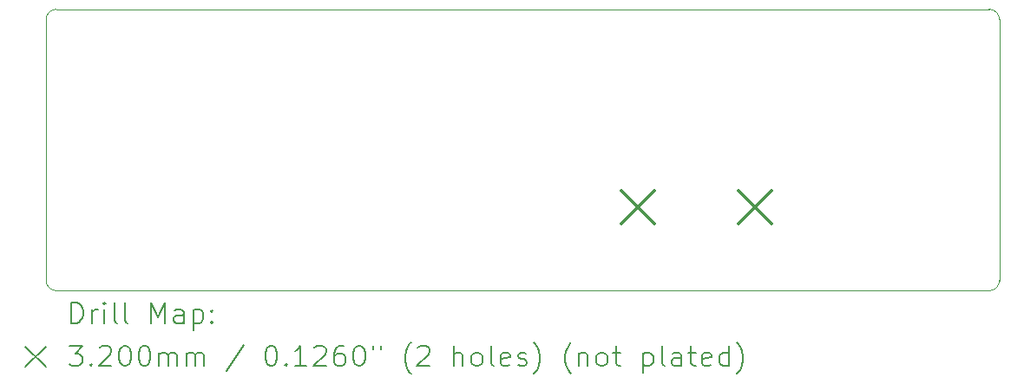
<source format=gbr>
%TF.GenerationSoftware,KiCad,Pcbnew,7.0.2-6a45011f42~172~ubuntu22.04.1*%
%TF.CreationDate,2023-05-09T21:59:08-06:00*%
%TF.ProjectId,pole-node,706f6c65-2d6e-46f6-9465-2e6b69636164,rev?*%
%TF.SameCoordinates,Original*%
%TF.FileFunction,Drillmap*%
%TF.FilePolarity,Positive*%
%FSLAX45Y45*%
G04 Gerber Fmt 4.5, Leading zero omitted, Abs format (unit mm)*
G04 Created by KiCad (PCBNEW 7.0.2-6a45011f42~172~ubuntu22.04.1) date 2023-05-09 21:59:08*
%MOMM*%
%LPD*%
G01*
G04 APERTURE LIST*
%ADD10C,0.050000*%
%ADD11C,0.200000*%
%ADD12C,0.320000*%
G04 APERTURE END LIST*
D10*
X3850000Y-5000000D02*
X12950000Y-5000000D01*
X3850000Y-5000000D02*
G75*
G03*
X3750000Y-5100000I0J-100000D01*
G01*
X3750000Y-7650000D02*
X3750000Y-5100000D01*
X3750000Y-7650000D02*
G75*
G03*
X3850000Y-7750000I100000J0D01*
G01*
X12950000Y-7750000D02*
X3850000Y-7750000D01*
X12950000Y-7750000D02*
G75*
G03*
X13050000Y-7650000I0J100000D01*
G01*
X13050000Y-5100000D02*
G75*
G03*
X12950000Y-5000000I-100000J0D01*
G01*
X13050000Y-7650000D02*
X13050000Y-5100000D01*
D11*
D12*
X9363000Y-6775000D02*
X9683000Y-7095000D01*
X9683000Y-6775000D02*
X9363000Y-7095000D01*
X10506000Y-6775000D02*
X10826000Y-7095000D01*
X10826000Y-6775000D02*
X10506000Y-7095000D01*
D11*
X3995119Y-8065024D02*
X3995119Y-7865024D01*
X3995119Y-7865024D02*
X4042738Y-7865024D01*
X4042738Y-7865024D02*
X4071309Y-7874548D01*
X4071309Y-7874548D02*
X4090357Y-7893595D01*
X4090357Y-7893595D02*
X4099881Y-7912643D01*
X4099881Y-7912643D02*
X4109405Y-7950738D01*
X4109405Y-7950738D02*
X4109405Y-7979309D01*
X4109405Y-7979309D02*
X4099881Y-8017405D01*
X4099881Y-8017405D02*
X4090357Y-8036452D01*
X4090357Y-8036452D02*
X4071309Y-8055500D01*
X4071309Y-8055500D02*
X4042738Y-8065024D01*
X4042738Y-8065024D02*
X3995119Y-8065024D01*
X4195119Y-8065024D02*
X4195119Y-7931690D01*
X4195119Y-7969786D02*
X4204643Y-7950738D01*
X4204643Y-7950738D02*
X4214167Y-7941214D01*
X4214167Y-7941214D02*
X4233214Y-7931690D01*
X4233214Y-7931690D02*
X4252262Y-7931690D01*
X4318929Y-8065024D02*
X4318929Y-7931690D01*
X4318929Y-7865024D02*
X4309405Y-7874548D01*
X4309405Y-7874548D02*
X4318929Y-7884071D01*
X4318929Y-7884071D02*
X4328452Y-7874548D01*
X4328452Y-7874548D02*
X4318929Y-7865024D01*
X4318929Y-7865024D02*
X4318929Y-7884071D01*
X4442738Y-8065024D02*
X4423690Y-8055500D01*
X4423690Y-8055500D02*
X4414167Y-8036452D01*
X4414167Y-8036452D02*
X4414167Y-7865024D01*
X4547500Y-8065024D02*
X4528452Y-8055500D01*
X4528452Y-8055500D02*
X4518929Y-8036452D01*
X4518929Y-8036452D02*
X4518929Y-7865024D01*
X4776071Y-8065024D02*
X4776071Y-7865024D01*
X4776071Y-7865024D02*
X4842738Y-8007881D01*
X4842738Y-8007881D02*
X4909405Y-7865024D01*
X4909405Y-7865024D02*
X4909405Y-8065024D01*
X5090357Y-8065024D02*
X5090357Y-7960262D01*
X5090357Y-7960262D02*
X5080833Y-7941214D01*
X5080833Y-7941214D02*
X5061786Y-7931690D01*
X5061786Y-7931690D02*
X5023690Y-7931690D01*
X5023690Y-7931690D02*
X5004643Y-7941214D01*
X5090357Y-8055500D02*
X5071310Y-8065024D01*
X5071310Y-8065024D02*
X5023690Y-8065024D01*
X5023690Y-8065024D02*
X5004643Y-8055500D01*
X5004643Y-8055500D02*
X4995119Y-8036452D01*
X4995119Y-8036452D02*
X4995119Y-8017405D01*
X4995119Y-8017405D02*
X5004643Y-7998357D01*
X5004643Y-7998357D02*
X5023690Y-7988833D01*
X5023690Y-7988833D02*
X5071310Y-7988833D01*
X5071310Y-7988833D02*
X5090357Y-7979309D01*
X5185595Y-7931690D02*
X5185595Y-8131690D01*
X5185595Y-7941214D02*
X5204643Y-7931690D01*
X5204643Y-7931690D02*
X5242738Y-7931690D01*
X5242738Y-7931690D02*
X5261786Y-7941214D01*
X5261786Y-7941214D02*
X5271310Y-7950738D01*
X5271310Y-7950738D02*
X5280833Y-7969786D01*
X5280833Y-7969786D02*
X5280833Y-8026928D01*
X5280833Y-8026928D02*
X5271310Y-8045976D01*
X5271310Y-8045976D02*
X5261786Y-8055500D01*
X5261786Y-8055500D02*
X5242738Y-8065024D01*
X5242738Y-8065024D02*
X5204643Y-8065024D01*
X5204643Y-8065024D02*
X5185595Y-8055500D01*
X5366548Y-8045976D02*
X5376071Y-8055500D01*
X5376071Y-8055500D02*
X5366548Y-8065024D01*
X5366548Y-8065024D02*
X5357024Y-8055500D01*
X5357024Y-8055500D02*
X5366548Y-8045976D01*
X5366548Y-8045976D02*
X5366548Y-8065024D01*
X5366548Y-7941214D02*
X5376071Y-7950738D01*
X5376071Y-7950738D02*
X5366548Y-7960262D01*
X5366548Y-7960262D02*
X5357024Y-7950738D01*
X5357024Y-7950738D02*
X5366548Y-7941214D01*
X5366548Y-7941214D02*
X5366548Y-7960262D01*
X3547500Y-8292500D02*
X3747500Y-8492500D01*
X3747500Y-8292500D02*
X3547500Y-8492500D01*
X3976071Y-8285024D02*
X4099881Y-8285024D01*
X4099881Y-8285024D02*
X4033214Y-8361214D01*
X4033214Y-8361214D02*
X4061786Y-8361214D01*
X4061786Y-8361214D02*
X4080833Y-8370738D01*
X4080833Y-8370738D02*
X4090357Y-8380262D01*
X4090357Y-8380262D02*
X4099881Y-8399310D01*
X4099881Y-8399310D02*
X4099881Y-8446929D01*
X4099881Y-8446929D02*
X4090357Y-8465976D01*
X4090357Y-8465976D02*
X4080833Y-8475500D01*
X4080833Y-8475500D02*
X4061786Y-8485024D01*
X4061786Y-8485024D02*
X4004643Y-8485024D01*
X4004643Y-8485024D02*
X3985595Y-8475500D01*
X3985595Y-8475500D02*
X3976071Y-8465976D01*
X4185595Y-8465976D02*
X4195119Y-8475500D01*
X4195119Y-8475500D02*
X4185595Y-8485024D01*
X4185595Y-8485024D02*
X4176071Y-8475500D01*
X4176071Y-8475500D02*
X4185595Y-8465976D01*
X4185595Y-8465976D02*
X4185595Y-8485024D01*
X4271310Y-8304071D02*
X4280833Y-8294548D01*
X4280833Y-8294548D02*
X4299881Y-8285024D01*
X4299881Y-8285024D02*
X4347500Y-8285024D01*
X4347500Y-8285024D02*
X4366548Y-8294548D01*
X4366548Y-8294548D02*
X4376071Y-8304071D01*
X4376071Y-8304071D02*
X4385595Y-8323119D01*
X4385595Y-8323119D02*
X4385595Y-8342167D01*
X4385595Y-8342167D02*
X4376071Y-8370738D01*
X4376071Y-8370738D02*
X4261786Y-8485024D01*
X4261786Y-8485024D02*
X4385595Y-8485024D01*
X4509405Y-8285024D02*
X4528452Y-8285024D01*
X4528452Y-8285024D02*
X4547500Y-8294548D01*
X4547500Y-8294548D02*
X4557024Y-8304071D01*
X4557024Y-8304071D02*
X4566548Y-8323119D01*
X4566548Y-8323119D02*
X4576071Y-8361214D01*
X4576071Y-8361214D02*
X4576071Y-8408833D01*
X4576071Y-8408833D02*
X4566548Y-8446929D01*
X4566548Y-8446929D02*
X4557024Y-8465976D01*
X4557024Y-8465976D02*
X4547500Y-8475500D01*
X4547500Y-8475500D02*
X4528452Y-8485024D01*
X4528452Y-8485024D02*
X4509405Y-8485024D01*
X4509405Y-8485024D02*
X4490357Y-8475500D01*
X4490357Y-8475500D02*
X4480833Y-8465976D01*
X4480833Y-8465976D02*
X4471310Y-8446929D01*
X4471310Y-8446929D02*
X4461786Y-8408833D01*
X4461786Y-8408833D02*
X4461786Y-8361214D01*
X4461786Y-8361214D02*
X4471310Y-8323119D01*
X4471310Y-8323119D02*
X4480833Y-8304071D01*
X4480833Y-8304071D02*
X4490357Y-8294548D01*
X4490357Y-8294548D02*
X4509405Y-8285024D01*
X4699881Y-8285024D02*
X4718929Y-8285024D01*
X4718929Y-8285024D02*
X4737976Y-8294548D01*
X4737976Y-8294548D02*
X4747500Y-8304071D01*
X4747500Y-8304071D02*
X4757024Y-8323119D01*
X4757024Y-8323119D02*
X4766548Y-8361214D01*
X4766548Y-8361214D02*
X4766548Y-8408833D01*
X4766548Y-8408833D02*
X4757024Y-8446929D01*
X4757024Y-8446929D02*
X4747500Y-8465976D01*
X4747500Y-8465976D02*
X4737976Y-8475500D01*
X4737976Y-8475500D02*
X4718929Y-8485024D01*
X4718929Y-8485024D02*
X4699881Y-8485024D01*
X4699881Y-8485024D02*
X4680833Y-8475500D01*
X4680833Y-8475500D02*
X4671310Y-8465976D01*
X4671310Y-8465976D02*
X4661786Y-8446929D01*
X4661786Y-8446929D02*
X4652262Y-8408833D01*
X4652262Y-8408833D02*
X4652262Y-8361214D01*
X4652262Y-8361214D02*
X4661786Y-8323119D01*
X4661786Y-8323119D02*
X4671310Y-8304071D01*
X4671310Y-8304071D02*
X4680833Y-8294548D01*
X4680833Y-8294548D02*
X4699881Y-8285024D01*
X4852262Y-8485024D02*
X4852262Y-8351690D01*
X4852262Y-8370738D02*
X4861786Y-8361214D01*
X4861786Y-8361214D02*
X4880833Y-8351690D01*
X4880833Y-8351690D02*
X4909405Y-8351690D01*
X4909405Y-8351690D02*
X4928452Y-8361214D01*
X4928452Y-8361214D02*
X4937976Y-8380262D01*
X4937976Y-8380262D02*
X4937976Y-8485024D01*
X4937976Y-8380262D02*
X4947500Y-8361214D01*
X4947500Y-8361214D02*
X4966548Y-8351690D01*
X4966548Y-8351690D02*
X4995119Y-8351690D01*
X4995119Y-8351690D02*
X5014167Y-8361214D01*
X5014167Y-8361214D02*
X5023691Y-8380262D01*
X5023691Y-8380262D02*
X5023691Y-8485024D01*
X5118929Y-8485024D02*
X5118929Y-8351690D01*
X5118929Y-8370738D02*
X5128452Y-8361214D01*
X5128452Y-8361214D02*
X5147500Y-8351690D01*
X5147500Y-8351690D02*
X5176072Y-8351690D01*
X5176072Y-8351690D02*
X5195119Y-8361214D01*
X5195119Y-8361214D02*
X5204643Y-8380262D01*
X5204643Y-8380262D02*
X5204643Y-8485024D01*
X5204643Y-8380262D02*
X5214167Y-8361214D01*
X5214167Y-8361214D02*
X5233214Y-8351690D01*
X5233214Y-8351690D02*
X5261786Y-8351690D01*
X5261786Y-8351690D02*
X5280833Y-8361214D01*
X5280833Y-8361214D02*
X5290357Y-8380262D01*
X5290357Y-8380262D02*
X5290357Y-8485024D01*
X5680833Y-8275500D02*
X5509405Y-8532643D01*
X5937976Y-8285024D02*
X5957024Y-8285024D01*
X5957024Y-8285024D02*
X5976072Y-8294548D01*
X5976072Y-8294548D02*
X5985595Y-8304071D01*
X5985595Y-8304071D02*
X5995119Y-8323119D01*
X5995119Y-8323119D02*
X6004643Y-8361214D01*
X6004643Y-8361214D02*
X6004643Y-8408833D01*
X6004643Y-8408833D02*
X5995119Y-8446929D01*
X5995119Y-8446929D02*
X5985595Y-8465976D01*
X5985595Y-8465976D02*
X5976072Y-8475500D01*
X5976072Y-8475500D02*
X5957024Y-8485024D01*
X5957024Y-8485024D02*
X5937976Y-8485024D01*
X5937976Y-8485024D02*
X5918929Y-8475500D01*
X5918929Y-8475500D02*
X5909405Y-8465976D01*
X5909405Y-8465976D02*
X5899881Y-8446929D01*
X5899881Y-8446929D02*
X5890357Y-8408833D01*
X5890357Y-8408833D02*
X5890357Y-8361214D01*
X5890357Y-8361214D02*
X5899881Y-8323119D01*
X5899881Y-8323119D02*
X5909405Y-8304071D01*
X5909405Y-8304071D02*
X5918929Y-8294548D01*
X5918929Y-8294548D02*
X5937976Y-8285024D01*
X6090357Y-8465976D02*
X6099881Y-8475500D01*
X6099881Y-8475500D02*
X6090357Y-8485024D01*
X6090357Y-8485024D02*
X6080833Y-8475500D01*
X6080833Y-8475500D02*
X6090357Y-8465976D01*
X6090357Y-8465976D02*
X6090357Y-8485024D01*
X6290357Y-8485024D02*
X6176072Y-8485024D01*
X6233214Y-8485024D02*
X6233214Y-8285024D01*
X6233214Y-8285024D02*
X6214167Y-8313595D01*
X6214167Y-8313595D02*
X6195119Y-8332643D01*
X6195119Y-8332643D02*
X6176072Y-8342167D01*
X6366548Y-8304071D02*
X6376072Y-8294548D01*
X6376072Y-8294548D02*
X6395119Y-8285024D01*
X6395119Y-8285024D02*
X6442738Y-8285024D01*
X6442738Y-8285024D02*
X6461786Y-8294548D01*
X6461786Y-8294548D02*
X6471310Y-8304071D01*
X6471310Y-8304071D02*
X6480833Y-8323119D01*
X6480833Y-8323119D02*
X6480833Y-8342167D01*
X6480833Y-8342167D02*
X6471310Y-8370738D01*
X6471310Y-8370738D02*
X6357024Y-8485024D01*
X6357024Y-8485024D02*
X6480833Y-8485024D01*
X6652262Y-8285024D02*
X6614167Y-8285024D01*
X6614167Y-8285024D02*
X6595119Y-8294548D01*
X6595119Y-8294548D02*
X6585595Y-8304071D01*
X6585595Y-8304071D02*
X6566548Y-8332643D01*
X6566548Y-8332643D02*
X6557024Y-8370738D01*
X6557024Y-8370738D02*
X6557024Y-8446929D01*
X6557024Y-8446929D02*
X6566548Y-8465976D01*
X6566548Y-8465976D02*
X6576072Y-8475500D01*
X6576072Y-8475500D02*
X6595119Y-8485024D01*
X6595119Y-8485024D02*
X6633214Y-8485024D01*
X6633214Y-8485024D02*
X6652262Y-8475500D01*
X6652262Y-8475500D02*
X6661786Y-8465976D01*
X6661786Y-8465976D02*
X6671310Y-8446929D01*
X6671310Y-8446929D02*
X6671310Y-8399310D01*
X6671310Y-8399310D02*
X6661786Y-8380262D01*
X6661786Y-8380262D02*
X6652262Y-8370738D01*
X6652262Y-8370738D02*
X6633214Y-8361214D01*
X6633214Y-8361214D02*
X6595119Y-8361214D01*
X6595119Y-8361214D02*
X6576072Y-8370738D01*
X6576072Y-8370738D02*
X6566548Y-8380262D01*
X6566548Y-8380262D02*
X6557024Y-8399310D01*
X6795119Y-8285024D02*
X6814167Y-8285024D01*
X6814167Y-8285024D02*
X6833214Y-8294548D01*
X6833214Y-8294548D02*
X6842738Y-8304071D01*
X6842738Y-8304071D02*
X6852262Y-8323119D01*
X6852262Y-8323119D02*
X6861786Y-8361214D01*
X6861786Y-8361214D02*
X6861786Y-8408833D01*
X6861786Y-8408833D02*
X6852262Y-8446929D01*
X6852262Y-8446929D02*
X6842738Y-8465976D01*
X6842738Y-8465976D02*
X6833214Y-8475500D01*
X6833214Y-8475500D02*
X6814167Y-8485024D01*
X6814167Y-8485024D02*
X6795119Y-8485024D01*
X6795119Y-8485024D02*
X6776072Y-8475500D01*
X6776072Y-8475500D02*
X6766548Y-8465976D01*
X6766548Y-8465976D02*
X6757024Y-8446929D01*
X6757024Y-8446929D02*
X6747500Y-8408833D01*
X6747500Y-8408833D02*
X6747500Y-8361214D01*
X6747500Y-8361214D02*
X6757024Y-8323119D01*
X6757024Y-8323119D02*
X6766548Y-8304071D01*
X6766548Y-8304071D02*
X6776072Y-8294548D01*
X6776072Y-8294548D02*
X6795119Y-8285024D01*
X6937976Y-8285024D02*
X6937976Y-8323119D01*
X7014167Y-8285024D02*
X7014167Y-8323119D01*
X7309405Y-8561214D02*
X7299881Y-8551690D01*
X7299881Y-8551690D02*
X7280834Y-8523119D01*
X7280834Y-8523119D02*
X7271310Y-8504071D01*
X7271310Y-8504071D02*
X7261786Y-8475500D01*
X7261786Y-8475500D02*
X7252262Y-8427881D01*
X7252262Y-8427881D02*
X7252262Y-8389786D01*
X7252262Y-8389786D02*
X7261786Y-8342167D01*
X7261786Y-8342167D02*
X7271310Y-8313595D01*
X7271310Y-8313595D02*
X7280834Y-8294548D01*
X7280834Y-8294548D02*
X7299881Y-8265976D01*
X7299881Y-8265976D02*
X7309405Y-8256452D01*
X7376072Y-8304071D02*
X7385595Y-8294548D01*
X7385595Y-8294548D02*
X7404643Y-8285024D01*
X7404643Y-8285024D02*
X7452262Y-8285024D01*
X7452262Y-8285024D02*
X7471310Y-8294548D01*
X7471310Y-8294548D02*
X7480834Y-8304071D01*
X7480834Y-8304071D02*
X7490357Y-8323119D01*
X7490357Y-8323119D02*
X7490357Y-8342167D01*
X7490357Y-8342167D02*
X7480834Y-8370738D01*
X7480834Y-8370738D02*
X7366548Y-8485024D01*
X7366548Y-8485024D02*
X7490357Y-8485024D01*
X7728453Y-8485024D02*
X7728453Y-8285024D01*
X7814167Y-8485024D02*
X7814167Y-8380262D01*
X7814167Y-8380262D02*
X7804643Y-8361214D01*
X7804643Y-8361214D02*
X7785596Y-8351690D01*
X7785596Y-8351690D02*
X7757024Y-8351690D01*
X7757024Y-8351690D02*
X7737976Y-8361214D01*
X7737976Y-8361214D02*
X7728453Y-8370738D01*
X7937976Y-8485024D02*
X7918929Y-8475500D01*
X7918929Y-8475500D02*
X7909405Y-8465976D01*
X7909405Y-8465976D02*
X7899881Y-8446929D01*
X7899881Y-8446929D02*
X7899881Y-8389786D01*
X7899881Y-8389786D02*
X7909405Y-8370738D01*
X7909405Y-8370738D02*
X7918929Y-8361214D01*
X7918929Y-8361214D02*
X7937976Y-8351690D01*
X7937976Y-8351690D02*
X7966548Y-8351690D01*
X7966548Y-8351690D02*
X7985596Y-8361214D01*
X7985596Y-8361214D02*
X7995119Y-8370738D01*
X7995119Y-8370738D02*
X8004643Y-8389786D01*
X8004643Y-8389786D02*
X8004643Y-8446929D01*
X8004643Y-8446929D02*
X7995119Y-8465976D01*
X7995119Y-8465976D02*
X7985596Y-8475500D01*
X7985596Y-8475500D02*
X7966548Y-8485024D01*
X7966548Y-8485024D02*
X7937976Y-8485024D01*
X8118929Y-8485024D02*
X8099881Y-8475500D01*
X8099881Y-8475500D02*
X8090357Y-8456452D01*
X8090357Y-8456452D02*
X8090357Y-8285024D01*
X8271310Y-8475500D02*
X8252262Y-8485024D01*
X8252262Y-8485024D02*
X8214167Y-8485024D01*
X8214167Y-8485024D02*
X8195119Y-8475500D01*
X8195119Y-8475500D02*
X8185596Y-8456452D01*
X8185596Y-8456452D02*
X8185596Y-8380262D01*
X8185596Y-8380262D02*
X8195119Y-8361214D01*
X8195119Y-8361214D02*
X8214167Y-8351690D01*
X8214167Y-8351690D02*
X8252262Y-8351690D01*
X8252262Y-8351690D02*
X8271310Y-8361214D01*
X8271310Y-8361214D02*
X8280834Y-8380262D01*
X8280834Y-8380262D02*
X8280834Y-8399310D01*
X8280834Y-8399310D02*
X8185596Y-8418357D01*
X8357024Y-8475500D02*
X8376072Y-8485024D01*
X8376072Y-8485024D02*
X8414167Y-8485024D01*
X8414167Y-8485024D02*
X8433215Y-8475500D01*
X8433215Y-8475500D02*
X8442739Y-8456452D01*
X8442739Y-8456452D02*
X8442739Y-8446929D01*
X8442739Y-8446929D02*
X8433215Y-8427881D01*
X8433215Y-8427881D02*
X8414167Y-8418357D01*
X8414167Y-8418357D02*
X8385596Y-8418357D01*
X8385596Y-8418357D02*
X8366548Y-8408833D01*
X8366548Y-8408833D02*
X8357024Y-8389786D01*
X8357024Y-8389786D02*
X8357024Y-8380262D01*
X8357024Y-8380262D02*
X8366548Y-8361214D01*
X8366548Y-8361214D02*
X8385596Y-8351690D01*
X8385596Y-8351690D02*
X8414167Y-8351690D01*
X8414167Y-8351690D02*
X8433215Y-8361214D01*
X8509405Y-8561214D02*
X8518929Y-8551690D01*
X8518929Y-8551690D02*
X8537977Y-8523119D01*
X8537977Y-8523119D02*
X8547500Y-8504071D01*
X8547500Y-8504071D02*
X8557024Y-8475500D01*
X8557024Y-8475500D02*
X8566548Y-8427881D01*
X8566548Y-8427881D02*
X8566548Y-8389786D01*
X8566548Y-8389786D02*
X8557024Y-8342167D01*
X8557024Y-8342167D02*
X8547500Y-8313595D01*
X8547500Y-8313595D02*
X8537977Y-8294548D01*
X8537977Y-8294548D02*
X8518929Y-8265976D01*
X8518929Y-8265976D02*
X8509405Y-8256452D01*
X8871310Y-8561214D02*
X8861786Y-8551690D01*
X8861786Y-8551690D02*
X8842739Y-8523119D01*
X8842739Y-8523119D02*
X8833215Y-8504071D01*
X8833215Y-8504071D02*
X8823691Y-8475500D01*
X8823691Y-8475500D02*
X8814167Y-8427881D01*
X8814167Y-8427881D02*
X8814167Y-8389786D01*
X8814167Y-8389786D02*
X8823691Y-8342167D01*
X8823691Y-8342167D02*
X8833215Y-8313595D01*
X8833215Y-8313595D02*
X8842739Y-8294548D01*
X8842739Y-8294548D02*
X8861786Y-8265976D01*
X8861786Y-8265976D02*
X8871310Y-8256452D01*
X8947500Y-8351690D02*
X8947500Y-8485024D01*
X8947500Y-8370738D02*
X8957024Y-8361214D01*
X8957024Y-8361214D02*
X8976072Y-8351690D01*
X8976072Y-8351690D02*
X9004643Y-8351690D01*
X9004643Y-8351690D02*
X9023691Y-8361214D01*
X9023691Y-8361214D02*
X9033215Y-8380262D01*
X9033215Y-8380262D02*
X9033215Y-8485024D01*
X9157024Y-8485024D02*
X9137977Y-8475500D01*
X9137977Y-8475500D02*
X9128453Y-8465976D01*
X9128453Y-8465976D02*
X9118929Y-8446929D01*
X9118929Y-8446929D02*
X9118929Y-8389786D01*
X9118929Y-8389786D02*
X9128453Y-8370738D01*
X9128453Y-8370738D02*
X9137977Y-8361214D01*
X9137977Y-8361214D02*
X9157024Y-8351690D01*
X9157024Y-8351690D02*
X9185596Y-8351690D01*
X9185596Y-8351690D02*
X9204643Y-8361214D01*
X9204643Y-8361214D02*
X9214167Y-8370738D01*
X9214167Y-8370738D02*
X9223691Y-8389786D01*
X9223691Y-8389786D02*
X9223691Y-8446929D01*
X9223691Y-8446929D02*
X9214167Y-8465976D01*
X9214167Y-8465976D02*
X9204643Y-8475500D01*
X9204643Y-8475500D02*
X9185596Y-8485024D01*
X9185596Y-8485024D02*
X9157024Y-8485024D01*
X9280834Y-8351690D02*
X9357024Y-8351690D01*
X9309405Y-8285024D02*
X9309405Y-8456452D01*
X9309405Y-8456452D02*
X9318929Y-8475500D01*
X9318929Y-8475500D02*
X9337977Y-8485024D01*
X9337977Y-8485024D02*
X9357024Y-8485024D01*
X9576072Y-8351690D02*
X9576072Y-8551690D01*
X9576072Y-8361214D02*
X9595120Y-8351690D01*
X9595120Y-8351690D02*
X9633215Y-8351690D01*
X9633215Y-8351690D02*
X9652262Y-8361214D01*
X9652262Y-8361214D02*
X9661786Y-8370738D01*
X9661786Y-8370738D02*
X9671310Y-8389786D01*
X9671310Y-8389786D02*
X9671310Y-8446929D01*
X9671310Y-8446929D02*
X9661786Y-8465976D01*
X9661786Y-8465976D02*
X9652262Y-8475500D01*
X9652262Y-8475500D02*
X9633215Y-8485024D01*
X9633215Y-8485024D02*
X9595120Y-8485024D01*
X9595120Y-8485024D02*
X9576072Y-8475500D01*
X9785596Y-8485024D02*
X9766548Y-8475500D01*
X9766548Y-8475500D02*
X9757024Y-8456452D01*
X9757024Y-8456452D02*
X9757024Y-8285024D01*
X9947501Y-8485024D02*
X9947501Y-8380262D01*
X9947501Y-8380262D02*
X9937977Y-8361214D01*
X9937977Y-8361214D02*
X9918929Y-8351690D01*
X9918929Y-8351690D02*
X9880834Y-8351690D01*
X9880834Y-8351690D02*
X9861786Y-8361214D01*
X9947501Y-8475500D02*
X9928453Y-8485024D01*
X9928453Y-8485024D02*
X9880834Y-8485024D01*
X9880834Y-8485024D02*
X9861786Y-8475500D01*
X9861786Y-8475500D02*
X9852262Y-8456452D01*
X9852262Y-8456452D02*
X9852262Y-8437405D01*
X9852262Y-8437405D02*
X9861786Y-8418357D01*
X9861786Y-8418357D02*
X9880834Y-8408833D01*
X9880834Y-8408833D02*
X9928453Y-8408833D01*
X9928453Y-8408833D02*
X9947501Y-8399310D01*
X10014167Y-8351690D02*
X10090358Y-8351690D01*
X10042739Y-8285024D02*
X10042739Y-8456452D01*
X10042739Y-8456452D02*
X10052262Y-8475500D01*
X10052262Y-8475500D02*
X10071310Y-8485024D01*
X10071310Y-8485024D02*
X10090358Y-8485024D01*
X10233215Y-8475500D02*
X10214167Y-8485024D01*
X10214167Y-8485024D02*
X10176072Y-8485024D01*
X10176072Y-8485024D02*
X10157024Y-8475500D01*
X10157024Y-8475500D02*
X10147501Y-8456452D01*
X10147501Y-8456452D02*
X10147501Y-8380262D01*
X10147501Y-8380262D02*
X10157024Y-8361214D01*
X10157024Y-8361214D02*
X10176072Y-8351690D01*
X10176072Y-8351690D02*
X10214167Y-8351690D01*
X10214167Y-8351690D02*
X10233215Y-8361214D01*
X10233215Y-8361214D02*
X10242739Y-8380262D01*
X10242739Y-8380262D02*
X10242739Y-8399310D01*
X10242739Y-8399310D02*
X10147501Y-8418357D01*
X10414167Y-8485024D02*
X10414167Y-8285024D01*
X10414167Y-8475500D02*
X10395120Y-8485024D01*
X10395120Y-8485024D02*
X10357024Y-8485024D01*
X10357024Y-8485024D02*
X10337977Y-8475500D01*
X10337977Y-8475500D02*
X10328453Y-8465976D01*
X10328453Y-8465976D02*
X10318929Y-8446929D01*
X10318929Y-8446929D02*
X10318929Y-8389786D01*
X10318929Y-8389786D02*
X10328453Y-8370738D01*
X10328453Y-8370738D02*
X10337977Y-8361214D01*
X10337977Y-8361214D02*
X10357024Y-8351690D01*
X10357024Y-8351690D02*
X10395120Y-8351690D01*
X10395120Y-8351690D02*
X10414167Y-8361214D01*
X10490358Y-8561214D02*
X10499882Y-8551690D01*
X10499882Y-8551690D02*
X10518929Y-8523119D01*
X10518929Y-8523119D02*
X10528453Y-8504071D01*
X10528453Y-8504071D02*
X10537977Y-8475500D01*
X10537977Y-8475500D02*
X10547501Y-8427881D01*
X10547501Y-8427881D02*
X10547501Y-8389786D01*
X10547501Y-8389786D02*
X10537977Y-8342167D01*
X10537977Y-8342167D02*
X10528453Y-8313595D01*
X10528453Y-8313595D02*
X10518929Y-8294548D01*
X10518929Y-8294548D02*
X10499882Y-8265976D01*
X10499882Y-8265976D02*
X10490358Y-8256452D01*
M02*

</source>
